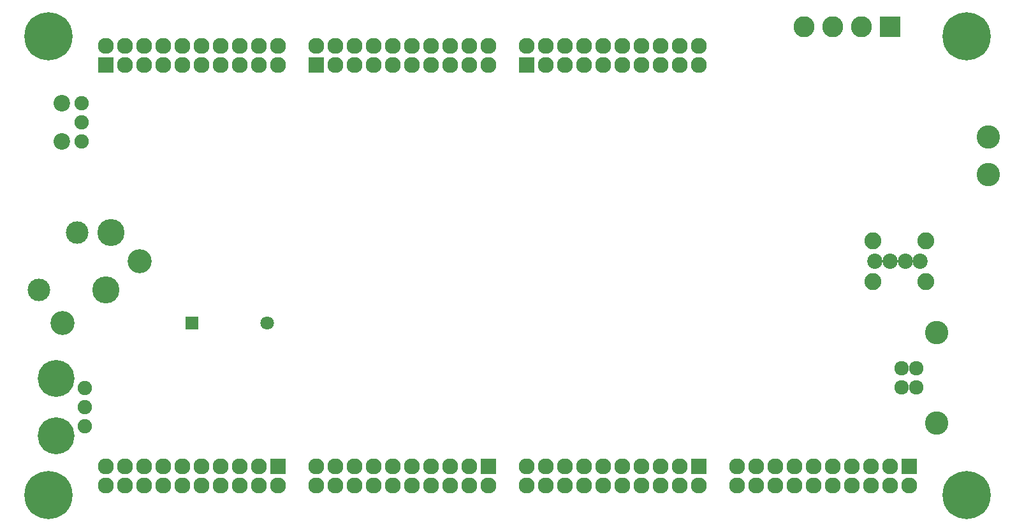
<source format=gbr>
G04 #@! TF.FileFunction,Soldermask,Bot*
%FSLAX46Y46*%
G04 Gerber Fmt 4.6, Leading zero omitted, Abs format (unit mm)*
G04 Created by KiCad (PCBNEW 4.0.0-rc2-1-stable) date Monday, December 07, 2015 'PMt' 01:03:15 PM*
%MOMM*%
G01*
G04 APERTURE LIST*
%ADD10C,0.100000*%
%ADD11C,6.400000*%
%ADD12C,1.924000*%
%ADD13C,3.100020*%
%ADD14C,3.200000*%
%ADD15C,3.000000*%
%ADD16C,3.600000*%
%ADD17C,4.900000*%
%ADD18C,1.900000*%
%ADD19C,2.200000*%
%ADD20C,2.800000*%
%ADD21R,2.800000X2.800000*%
%ADD22C,3.100000*%
%ADD23R,1.800000X1.800000*%
%ADD24C,1.800000*%
%ADD25C,2.020000*%
%ADD26C,2.250000*%
%ADD27C,2.127200*%
%ADD28O,2.127200X2.127200*%
%ADD29R,2.127200X2.127200*%
G04 APERTURE END LIST*
D10*
D11*
X72280560Y-56035180D03*
X72280560Y-116995180D03*
X194200560Y-116995180D03*
X194200560Y-56035180D03*
D12*
X185540560Y-102650180D03*
X185540560Y-100110180D03*
X187539540Y-100110180D03*
X187539540Y-102650180D03*
D13*
X190239560Y-107379660D03*
X190239560Y-95380700D03*
D14*
X74180560Y-94130180D03*
X84350560Y-85880180D03*
D15*
X71010560Y-89690180D03*
X76090560Y-82070180D03*
D16*
X80535560Y-82070180D03*
X79900560Y-89690180D03*
D17*
X73296560Y-109121180D03*
D18*
X77106560Y-107851180D03*
X77106560Y-102771180D03*
X77106560Y-105311180D03*
D17*
X73296560Y-101501180D03*
D19*
X74058560Y-70005180D03*
X74058560Y-64925180D03*
D18*
X76688560Y-70005180D03*
X76688560Y-64925180D03*
X76688560Y-67465180D03*
D20*
X176420560Y-54765180D03*
X172610560Y-54765180D03*
X180230560Y-54765180D03*
D21*
X184040560Y-54765180D03*
D22*
X197050560Y-74410180D03*
X197050560Y-69410180D03*
D23*
X91330560Y-94135180D03*
D24*
X101330560Y-94135180D03*
D25*
X188040560Y-85880180D03*
X186040560Y-85880180D03*
X184040560Y-85880180D03*
D26*
X188770560Y-88600180D03*
D25*
X182040560Y-85880180D03*
D26*
X181770560Y-88600180D03*
X188770560Y-83160180D03*
X181770560Y-83160180D03*
D27*
X158640560Y-59845180D03*
D28*
X158640560Y-57305180D03*
X156100560Y-59845180D03*
X156100560Y-57305180D03*
X153560560Y-59845180D03*
X153560560Y-57305180D03*
X151020560Y-59845180D03*
X151020560Y-57305180D03*
X148480560Y-59845180D03*
X148480560Y-57305180D03*
X145940560Y-59845180D03*
X145940560Y-57305180D03*
X143400560Y-59845180D03*
X143400560Y-57305180D03*
X140860560Y-59845180D03*
X140860560Y-57305180D03*
X138320560Y-59845180D03*
X138320560Y-57305180D03*
D29*
X135780560Y-59845180D03*
D28*
X135780560Y-57305180D03*
D27*
X130700560Y-59845180D03*
D28*
X130700560Y-57305180D03*
X128160560Y-59845180D03*
X128160560Y-57305180D03*
X125620560Y-59845180D03*
X125620560Y-57305180D03*
X123080560Y-59845180D03*
X123080560Y-57305180D03*
X120540560Y-59845180D03*
X120540560Y-57305180D03*
X118000560Y-59845180D03*
X118000560Y-57305180D03*
X115460560Y-59845180D03*
X115460560Y-57305180D03*
X112920560Y-59845180D03*
X112920560Y-57305180D03*
X110380560Y-59845180D03*
X110380560Y-57305180D03*
D29*
X107840560Y-59845180D03*
D28*
X107840560Y-57305180D03*
D27*
X102760560Y-59845180D03*
D28*
X102760560Y-57305180D03*
X100220560Y-59845180D03*
X100220560Y-57305180D03*
X97680560Y-59845180D03*
X97680560Y-57305180D03*
X95140560Y-59845180D03*
X95140560Y-57305180D03*
X92600560Y-59845180D03*
X92600560Y-57305180D03*
X90060560Y-59845180D03*
X90060560Y-57305180D03*
X87520560Y-59845180D03*
X87520560Y-57305180D03*
X84980560Y-59845180D03*
X84980560Y-57305180D03*
X82440560Y-59845180D03*
X82440560Y-57305180D03*
D29*
X79900560Y-59845180D03*
D28*
X79900560Y-57305180D03*
D27*
X79900560Y-113185180D03*
D28*
X79900560Y-115725180D03*
X82440560Y-113185180D03*
X82440560Y-115725180D03*
X84980560Y-113185180D03*
X84980560Y-115725180D03*
X87520560Y-113185180D03*
X87520560Y-115725180D03*
X90060560Y-113185180D03*
X90060560Y-115725180D03*
X92600560Y-113185180D03*
X92600560Y-115725180D03*
X95140560Y-113185180D03*
X95140560Y-115725180D03*
X97680560Y-113185180D03*
X97680560Y-115725180D03*
X100220560Y-113185180D03*
X100220560Y-115725180D03*
D29*
X102760560Y-113185180D03*
D28*
X102760560Y-115725180D03*
D27*
X107840560Y-113185180D03*
D28*
X107840560Y-115725180D03*
X110380560Y-113185180D03*
X110380560Y-115725180D03*
X112920560Y-113185180D03*
X112920560Y-115725180D03*
X115460560Y-113185180D03*
X115460560Y-115725180D03*
X118000560Y-113185180D03*
X118000560Y-115725180D03*
X120540560Y-113185180D03*
X120540560Y-115725180D03*
X123080560Y-113185180D03*
X123080560Y-115725180D03*
X125620560Y-113185180D03*
X125620560Y-115725180D03*
X128160560Y-113185180D03*
X128160560Y-115725180D03*
D29*
X130700560Y-113185180D03*
D28*
X130700560Y-115725180D03*
D27*
X135780560Y-113185180D03*
D28*
X135780560Y-115725180D03*
X138320560Y-113185180D03*
X138320560Y-115725180D03*
X140860560Y-113185180D03*
X140860560Y-115725180D03*
X143400560Y-113185180D03*
X143400560Y-115725180D03*
X145940560Y-113185180D03*
X145940560Y-115725180D03*
X148480560Y-113185180D03*
X148480560Y-115725180D03*
X151020560Y-113185180D03*
X151020560Y-115725180D03*
X153560560Y-113185180D03*
X153560560Y-115725180D03*
X156100560Y-113185180D03*
X156100560Y-115725180D03*
D29*
X158640560Y-113185180D03*
D28*
X158640560Y-115725180D03*
D27*
X163720560Y-113185180D03*
D28*
X163720560Y-115725180D03*
X166260560Y-113185180D03*
X166260560Y-115725180D03*
X168800560Y-113185180D03*
X168800560Y-115725180D03*
X171340560Y-113185180D03*
X171340560Y-115725180D03*
X173880560Y-113185180D03*
X173880560Y-115725180D03*
X176420560Y-113185180D03*
X176420560Y-115725180D03*
X178960560Y-113185180D03*
X178960560Y-115725180D03*
X181500560Y-113185180D03*
X181500560Y-115725180D03*
X184040560Y-113185180D03*
X184040560Y-115725180D03*
D29*
X186580560Y-113185180D03*
D28*
X186580560Y-115725180D03*
M02*

</source>
